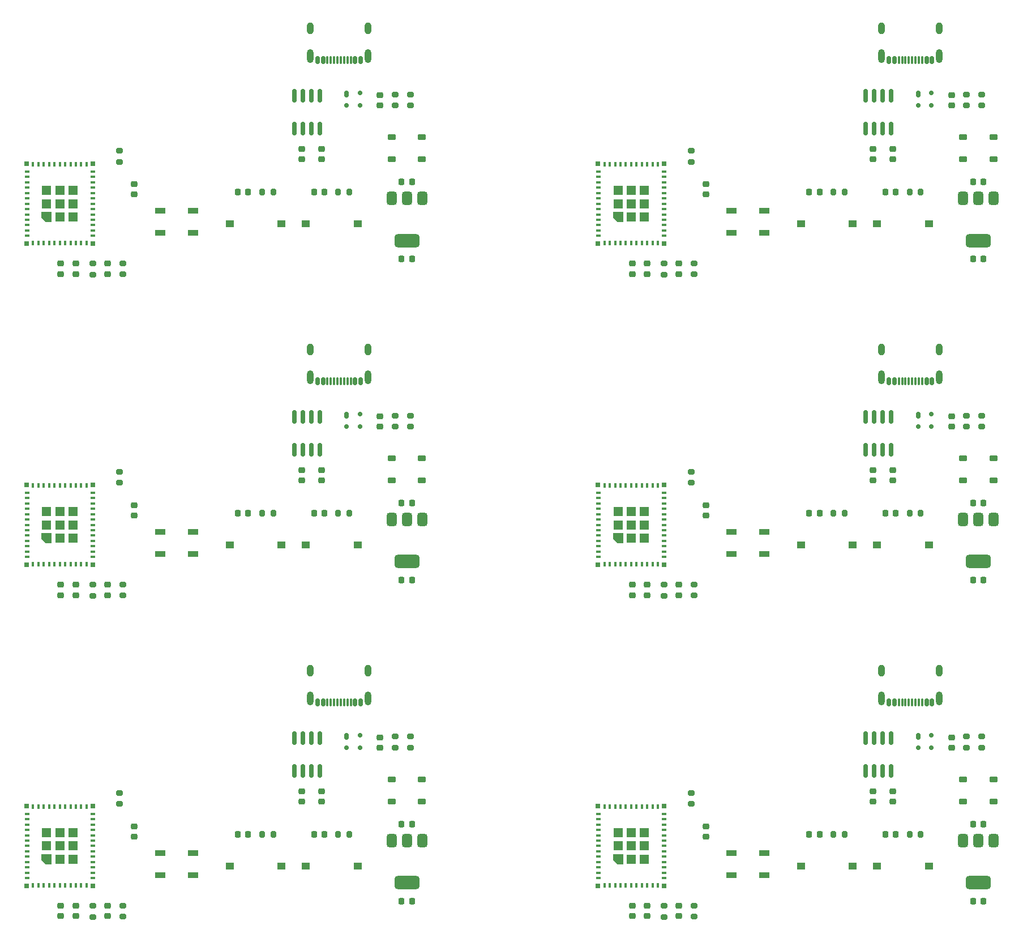
<source format=gbr>
%TF.GenerationSoftware,KiCad,Pcbnew,9.0.4*%
%TF.CreationDate,2025-09-14T05:29:25-04:00*%
%TF.ProjectId,HabitatCAN Dev Board (ESP32) - Panel,48616269-7461-4744-9341-4e2044657620,3*%
%TF.SameCoordinates,Original*%
%TF.FileFunction,Paste,Top*%
%TF.FilePolarity,Positive*%
%FSLAX46Y46*%
G04 Gerber Fmt 4.6, Leading zero omitted, Abs format (unit mm)*
G04 Created by KiCad (PCBNEW 9.0.4) date 2025-09-14 05:29:25*
%MOMM*%
%LPD*%
G01*
G04 APERTURE LIST*
G04 Aperture macros list*
%AMRoundRect*
0 Rectangle with rounded corners*
0 $1 Rounding radius*
0 $2 $3 $4 $5 $6 $7 $8 $9 X,Y pos of 4 corners*
0 Add a 4 corners polygon primitive as box body*
4,1,4,$2,$3,$4,$5,$6,$7,$8,$9,$2,$3,0*
0 Add four circle primitives for the rounded corners*
1,1,$1+$1,$2,$3*
1,1,$1+$1,$4,$5*
1,1,$1+$1,$6,$7*
1,1,$1+$1,$8,$9*
0 Add four rect primitives between the rounded corners*
20,1,$1+$1,$2,$3,$4,$5,0*
20,1,$1+$1,$4,$5,$6,$7,0*
20,1,$1+$1,$6,$7,$8,$9,0*
20,1,$1+$1,$8,$9,$2,$3,0*%
%AMFreePoly0*
4,1,6,0.725000,-0.725000,-0.725000,-0.725000,-0.725000,0.125000,-0.125000,0.725000,0.725000,0.725000,0.725000,-0.725000,0.725000,-0.725000,$1*%
G04 Aperture macros list end*
%ADD10RoundRect,0.225000X-0.225000X-0.250000X0.225000X-0.250000X0.225000X0.250000X-0.225000X0.250000X0*%
%ADD11RoundRect,0.090000X-0.660000X-0.360000X0.660000X-0.360000X0.660000X0.360000X-0.660000X0.360000X0*%
%ADD12RoundRect,0.200000X0.275000X-0.200000X0.275000X0.200000X-0.275000X0.200000X-0.275000X-0.200000X0*%
%ADD13RoundRect,0.225000X0.250000X-0.225000X0.250000X0.225000X-0.250000X0.225000X-0.250000X-0.225000X0*%
%ADD14RoundRect,0.175000X-0.175000X-0.325000X0.175000X-0.325000X0.175000X0.325000X-0.175000X0.325000X0*%
%ADD15RoundRect,0.150000X-0.200000X-0.150000X0.200000X-0.150000X0.200000X0.150000X-0.200000X0.150000X0*%
%ADD16RoundRect,0.375000X-0.375000X0.625000X-0.375000X-0.625000X0.375000X-0.625000X0.375000X0.625000X0*%
%ADD17RoundRect,0.500000X-1.400000X0.500000X-1.400000X-0.500000X1.400000X-0.500000X1.400000X0.500000X0*%
%ADD18RoundRect,0.225000X-0.250000X0.225000X-0.250000X-0.225000X0.250000X-0.225000X0.250000X0.225000X0*%
%ADD19R,1.250000X1.000000*%
%ADD20RoundRect,0.200000X-0.200000X-0.275000X0.200000X-0.275000X0.200000X0.275000X-0.200000X0.275000X0*%
%ADD21R,0.400000X0.800000*%
%ADD22R,0.800000X0.400000*%
%ADD23FreePoly0,90.000000*%
%ADD24R,1.450000X1.450000*%
%ADD25R,0.700000X0.700000*%
%ADD26RoundRect,0.150000X0.150000X0.425000X-0.150000X0.425000X-0.150000X-0.425000X0.150000X-0.425000X0*%
%ADD27RoundRect,0.075000X0.075000X0.500000X-0.075000X0.500000X-0.075000X-0.500000X0.075000X-0.500000X0*%
%ADD28O,1.000000X2.100000*%
%ADD29O,1.000000X1.800000*%
%ADD30RoundRect,0.225000X0.375000X-0.225000X0.375000X0.225000X-0.375000X0.225000X-0.375000X-0.225000X0*%
%ADD31RoundRect,0.150000X0.150000X-0.825000X0.150000X0.825000X-0.150000X0.825000X-0.150000X-0.825000X0*%
G04 APERTURE END LIST*
D10*
%TO.C,C1*%
X178025001Y-102192560D03*
X179575001Y-102192560D03*
%TD*%
D11*
%TO.C,LED1*%
X80977743Y-153018814D03*
X80977743Y-156318814D03*
X85877743Y-156318814D03*
X85877743Y-153018814D03*
%TD*%
D12*
%TO.C,R5*%
X75350243Y-114502560D03*
X75350243Y-112852560D03*
%TD*%
D13*
%TO.C,C11*%
X190555001Y-49302556D03*
X190555001Y-47752556D03*
%TD*%
D14*
%TO.C,D1*%
X194304988Y-39552556D03*
D15*
X194304988Y-41252556D03*
X196304988Y-41252556D03*
X196304988Y-39352556D03*
%TD*%
D13*
%TO.C,C7*%
X199304988Y-41252556D03*
X199304988Y-39702556D03*
%TD*%
D16*
%TO.C,U2*%
X205628220Y-103142560D03*
X203328220Y-103142560D03*
D17*
X203328220Y-109442560D03*
D16*
X201028220Y-103142560D03*
%TD*%
D18*
%TO.C,C5*%
X151555001Y-64892556D03*
X151555001Y-66442556D03*
%TD*%
%TO.C,C5*%
X66100243Y-112892560D03*
X66100243Y-114442560D03*
%TD*%
D10*
%TO.C,C1*%
X92570243Y-54192556D03*
X94120243Y-54192556D03*
%TD*%
%TO.C,C2*%
X189427501Y-102192560D03*
X190977501Y-102192560D03*
%TD*%
D19*
%TO.C,SW2*%
X102725243Y-106942560D03*
X110475243Y-106942560D03*
%TD*%
D12*
%TO.C,R4*%
X70850243Y-66542556D03*
X70850243Y-64892556D03*
%TD*%
D13*
%TO.C,C11*%
X105100243Y-145302564D03*
X105100243Y-143752564D03*
%TD*%
D20*
%TO.C,R1*%
X181675001Y-102192560D03*
X183325001Y-102192560D03*
%TD*%
D10*
%TO.C,C9*%
X202528220Y-160192564D03*
X204078220Y-160192564D03*
%TD*%
%TO.C,C9*%
X117073462Y-112192560D03*
X118623462Y-112192560D03*
%TD*%
D12*
%TO.C,R2*%
X74903187Y-97672560D03*
X74903187Y-96022560D03*
%TD*%
D21*
%TO.C,U1*%
X61950243Y-61842556D03*
X62750243Y-61842556D03*
X63550243Y-61842556D03*
X64350243Y-61842556D03*
X65150243Y-61842556D03*
X65950243Y-61842556D03*
X66750243Y-61842556D03*
X67550243Y-61842556D03*
X68350243Y-61842556D03*
X69150243Y-61842556D03*
X69950243Y-61842556D03*
D22*
X70850243Y-60742556D03*
X70850243Y-59942556D03*
X70850243Y-59142556D03*
X70850243Y-58342556D03*
X70850243Y-57542556D03*
X70850243Y-56742556D03*
X70850243Y-55942556D03*
X70850243Y-55142556D03*
X70850243Y-54342556D03*
X70850243Y-53542556D03*
X70850243Y-52742556D03*
X70850243Y-51942556D03*
X70850243Y-51142556D03*
D21*
X69950243Y-50042556D03*
X69150243Y-50042556D03*
X68350243Y-50042556D03*
X67550243Y-50042556D03*
X66750243Y-50042556D03*
X65950243Y-50042556D03*
X65150243Y-50042556D03*
X64350243Y-50042556D03*
X63550243Y-50042556D03*
X62750243Y-50042556D03*
X61950243Y-50042556D03*
D22*
X61050243Y-51142556D03*
X61050243Y-51942556D03*
X61050243Y-52742556D03*
X61050243Y-53542556D03*
X61050243Y-54342556D03*
X61050243Y-55142556D03*
X61050243Y-55942556D03*
X61050243Y-56742556D03*
X61050243Y-57542556D03*
X61050243Y-58342556D03*
X61050243Y-59142556D03*
X61050243Y-59942556D03*
X61050243Y-60742556D03*
D23*
X63975243Y-57917556D03*
D24*
X65950243Y-57917556D03*
X67925243Y-57917556D03*
X63975243Y-55942556D03*
X65950243Y-55942556D03*
X67925243Y-55942556D03*
X63975243Y-53967556D03*
X65950243Y-53967556D03*
X67925243Y-53967556D03*
D25*
X61000243Y-49992556D03*
X70900243Y-49992556D03*
X70900243Y-61892556D03*
X61000243Y-61892556D03*
%TD*%
D26*
%TO.C,J5*%
X196373221Y-34460658D03*
X195573221Y-34460658D03*
D27*
X194423221Y-34460658D03*
X193423221Y-34460658D03*
X192923221Y-34460658D03*
X191923221Y-34460658D03*
D26*
X190773221Y-34460658D03*
X189973221Y-34460658D03*
X189973221Y-34460658D03*
X190773221Y-34460658D03*
D27*
X191423221Y-34460658D03*
X192423221Y-34460658D03*
X193923221Y-34460658D03*
X194923221Y-34460658D03*
D26*
X195573221Y-34460658D03*
X196373221Y-34460658D03*
D28*
X197493221Y-33885658D03*
D29*
X197493221Y-29705658D03*
D28*
X188853221Y-33885658D03*
D29*
X188853221Y-29705658D03*
%TD*%
D11*
%TO.C,LED1*%
X166432501Y-153018814D03*
X166432501Y-156318814D03*
X171332501Y-156318814D03*
X171332501Y-153018814D03*
%TD*%
D12*
%TO.C,R4*%
X70850243Y-162542564D03*
X70850243Y-160892564D03*
%TD*%
D18*
%TO.C,C6*%
X68350243Y-160892564D03*
X68350243Y-162442564D03*
%TD*%
D20*
%TO.C,R1*%
X181675001Y-150192564D03*
X183325001Y-150192564D03*
%TD*%
D30*
%TO.C,D2*%
X115561471Y-49314702D03*
X115561471Y-46014702D03*
%TD*%
D31*
%TO.C,U3*%
X101040243Y-44752556D03*
X102310243Y-44752556D03*
X103580243Y-44752556D03*
X104850243Y-44752556D03*
X104850243Y-39802556D03*
X103580243Y-39802556D03*
X102310243Y-39802556D03*
X101040243Y-39802556D03*
%TD*%
D12*
%TO.C,R4*%
X156305001Y-66542556D03*
X156305001Y-64892556D03*
%TD*%
D19*
%TO.C,SW2*%
X188180001Y-106942560D03*
X195930001Y-106942560D03*
%TD*%
D20*
%TO.C,R3*%
X193027501Y-102192560D03*
X194677501Y-102192560D03*
%TD*%
%TO.C,R3*%
X107572743Y-102192560D03*
X109222743Y-102192560D03*
%TD*%
D18*
%TO.C,C6*%
X68350243Y-112892560D03*
X68350243Y-114442560D03*
%TD*%
D21*
%TO.C,U1*%
X147405001Y-61842556D03*
X148205001Y-61842556D03*
X149005001Y-61842556D03*
X149805001Y-61842556D03*
X150605001Y-61842556D03*
X151405001Y-61842556D03*
X152205001Y-61842556D03*
X153005001Y-61842556D03*
X153805001Y-61842556D03*
X154605001Y-61842556D03*
X155405001Y-61842556D03*
D22*
X156305001Y-60742556D03*
X156305001Y-59942556D03*
X156305001Y-59142556D03*
X156305001Y-58342556D03*
X156305001Y-57542556D03*
X156305001Y-56742556D03*
X156305001Y-55942556D03*
X156305001Y-55142556D03*
X156305001Y-54342556D03*
X156305001Y-53542556D03*
X156305001Y-52742556D03*
X156305001Y-51942556D03*
X156305001Y-51142556D03*
D21*
X155405001Y-50042556D03*
X154605001Y-50042556D03*
X153805001Y-50042556D03*
X153005001Y-50042556D03*
X152205001Y-50042556D03*
X151405001Y-50042556D03*
X150605001Y-50042556D03*
X149805001Y-50042556D03*
X149005001Y-50042556D03*
X148205001Y-50042556D03*
X147405001Y-50042556D03*
D22*
X146505001Y-51142556D03*
X146505001Y-51942556D03*
X146505001Y-52742556D03*
X146505001Y-53542556D03*
X146505001Y-54342556D03*
X146505001Y-55142556D03*
X146505001Y-55942556D03*
X146505001Y-56742556D03*
X146505001Y-57542556D03*
X146505001Y-58342556D03*
X146505001Y-59142556D03*
X146505001Y-59942556D03*
X146505001Y-60742556D03*
D23*
X149430001Y-57917556D03*
D24*
X151405001Y-57917556D03*
X153380001Y-57917556D03*
X149430001Y-55942556D03*
X151405001Y-55942556D03*
X153380001Y-55942556D03*
X149430001Y-53967556D03*
X151405001Y-53967556D03*
X153380001Y-53967556D03*
D25*
X146455001Y-49992556D03*
X156355001Y-49992556D03*
X156355001Y-61892556D03*
X146455001Y-61892556D03*
%TD*%
D16*
%TO.C,U2*%
X205628220Y-55142556D03*
X203328220Y-55142556D03*
D17*
X203328220Y-61442556D03*
D16*
X201028220Y-55142556D03*
%TD*%
D10*
%TO.C,C1*%
X178025001Y-54192556D03*
X179575001Y-54192556D03*
%TD*%
%TO.C,C8*%
X202528220Y-100692560D03*
X204078220Y-100692560D03*
%TD*%
D18*
%TO.C,C3*%
X162555001Y-53002556D03*
X162555001Y-54552556D03*
%TD*%
D31*
%TO.C,U3*%
X101040243Y-92752560D03*
X102310243Y-92752560D03*
X103580243Y-92752560D03*
X104850243Y-92752560D03*
X104850243Y-87802560D03*
X103580243Y-87802560D03*
X102310243Y-87802560D03*
X101040243Y-87802560D03*
%TD*%
D20*
%TO.C,R1*%
X96220243Y-102192560D03*
X97870243Y-102192560D03*
%TD*%
D19*
%TO.C,SW1*%
X91347743Y-106942560D03*
X99097743Y-106942560D03*
%TD*%
D21*
%TO.C,U1*%
X147405001Y-109842560D03*
X148205001Y-109842560D03*
X149005001Y-109842560D03*
X149805001Y-109842560D03*
X150605001Y-109842560D03*
X151405001Y-109842560D03*
X152205001Y-109842560D03*
X153005001Y-109842560D03*
X153805001Y-109842560D03*
X154605001Y-109842560D03*
X155405001Y-109842560D03*
D22*
X156305001Y-108742560D03*
X156305001Y-107942560D03*
X156305001Y-107142560D03*
X156305001Y-106342560D03*
X156305001Y-105542560D03*
X156305001Y-104742560D03*
X156305001Y-103942560D03*
X156305001Y-103142560D03*
X156305001Y-102342560D03*
X156305001Y-101542560D03*
X156305001Y-100742560D03*
X156305001Y-99942560D03*
X156305001Y-99142560D03*
D21*
X155405001Y-98042560D03*
X154605001Y-98042560D03*
X153805001Y-98042560D03*
X153005001Y-98042560D03*
X152205001Y-98042560D03*
X151405001Y-98042560D03*
X150605001Y-98042560D03*
X149805001Y-98042560D03*
X149005001Y-98042560D03*
X148205001Y-98042560D03*
X147405001Y-98042560D03*
D22*
X146505001Y-99142560D03*
X146505001Y-99942560D03*
X146505001Y-100742560D03*
X146505001Y-101542560D03*
X146505001Y-102342560D03*
X146505001Y-103142560D03*
X146505001Y-103942560D03*
X146505001Y-104742560D03*
X146505001Y-105542560D03*
X146505001Y-106342560D03*
X146505001Y-107142560D03*
X146505001Y-107942560D03*
X146505001Y-108742560D03*
D23*
X149430001Y-105917560D03*
D24*
X151405001Y-105917560D03*
X153380001Y-105917560D03*
X149430001Y-103942560D03*
X151405001Y-103942560D03*
X153380001Y-103942560D03*
X149430001Y-101967560D03*
X151405001Y-101967560D03*
X153380001Y-101967560D03*
D25*
X146455001Y-97992560D03*
X156355001Y-97992560D03*
X156355001Y-109892560D03*
X146455001Y-109892560D03*
%TD*%
D12*
%TO.C,R7*%
X203805001Y-137252564D03*
X203805001Y-135602564D03*
%TD*%
%TO.C,R4*%
X70850243Y-114542560D03*
X70850243Y-112892560D03*
%TD*%
D14*
%TO.C,D1*%
X108850230Y-87552560D03*
D15*
X108850230Y-89252560D03*
X110850230Y-89252560D03*
X110850230Y-87352560D03*
%TD*%
D13*
%TO.C,C10*%
X187555001Y-97302560D03*
X187555001Y-95752560D03*
%TD*%
D19*
%TO.C,SW2*%
X188180001Y-58942556D03*
X195930001Y-58942556D03*
%TD*%
D10*
%TO.C,C1*%
X92570243Y-102192560D03*
X94120243Y-102192560D03*
%TD*%
D13*
%TO.C,C11*%
X105100243Y-49302556D03*
X105100243Y-47752556D03*
%TD*%
D19*
%TO.C,SW1*%
X91347743Y-154942564D03*
X99097743Y-154942564D03*
%TD*%
D26*
%TO.C,J5*%
X110918463Y-34460658D03*
X110118463Y-34460658D03*
D27*
X108968463Y-34460658D03*
X107968463Y-34460658D03*
X107468463Y-34460658D03*
X106468463Y-34460658D03*
D26*
X105318463Y-34460658D03*
X104518463Y-34460658D03*
X104518463Y-34460658D03*
X105318463Y-34460658D03*
D27*
X105968463Y-34460658D03*
X106968463Y-34460658D03*
X108468463Y-34460658D03*
X109468463Y-34460658D03*
D26*
X110118463Y-34460658D03*
X110918463Y-34460658D03*
D28*
X112038463Y-33885658D03*
D29*
X112038463Y-29705658D03*
D28*
X103398463Y-33885658D03*
D29*
X103398463Y-29705658D03*
%TD*%
D30*
%TO.C,D2*%
X115561471Y-145314710D03*
X115561471Y-142014710D03*
%TD*%
D12*
%TO.C,R2*%
X74903187Y-49672556D03*
X74903187Y-48022556D03*
%TD*%
D14*
%TO.C,D1*%
X194304988Y-87552560D03*
D15*
X194304988Y-89252560D03*
X196304988Y-89252560D03*
X196304988Y-87352560D03*
%TD*%
D30*
%TO.C,D2*%
X201016229Y-145314710D03*
X201016229Y-142014710D03*
%TD*%
D12*
%TO.C,R6*%
X201555001Y-41252556D03*
X201555001Y-39602556D03*
%TD*%
D18*
%TO.C,C6*%
X153805001Y-160892564D03*
X153805001Y-162442564D03*
%TD*%
D12*
%TO.C,R6*%
X116100243Y-89252560D03*
X116100243Y-87602560D03*
%TD*%
D18*
%TO.C,C3*%
X162555001Y-101002560D03*
X162555001Y-102552560D03*
%TD*%
D30*
%TO.C,D3*%
X205555001Y-97314706D03*
X205555001Y-94014706D03*
%TD*%
D10*
%TO.C,C2*%
X103972743Y-150192564D03*
X105522743Y-150192564D03*
%TD*%
D30*
%TO.C,D3*%
X205555001Y-49314702D03*
X205555001Y-46014702D03*
%TD*%
D13*
%TO.C,C10*%
X102100243Y-97302560D03*
X102100243Y-95752560D03*
%TD*%
%TO.C,C4*%
X158555001Y-114442560D03*
X158555001Y-112892560D03*
%TD*%
D12*
%TO.C,R5*%
X160805001Y-114502560D03*
X160805001Y-112852560D03*
%TD*%
D20*
%TO.C,R1*%
X181675001Y-54192556D03*
X183325001Y-54192556D03*
%TD*%
D11*
%TO.C,LED1*%
X166432501Y-105018810D03*
X166432501Y-108318810D03*
X171332501Y-108318810D03*
X171332501Y-105018810D03*
%TD*%
D20*
%TO.C,R1*%
X96220243Y-54192556D03*
X97870243Y-54192556D03*
%TD*%
D10*
%TO.C,C8*%
X117073462Y-52692556D03*
X118623462Y-52692556D03*
%TD*%
D12*
%TO.C,R7*%
X118350243Y-137252564D03*
X118350243Y-135602564D03*
%TD*%
D30*
%TO.C,D3*%
X120100243Y-97314706D03*
X120100243Y-94014706D03*
%TD*%
D12*
%TO.C,R2*%
X160357945Y-145672564D03*
X160357945Y-144022564D03*
%TD*%
%TO.C,R2*%
X160357945Y-49672556D03*
X160357945Y-48022556D03*
%TD*%
D31*
%TO.C,U3*%
X186495001Y-140752564D03*
X187765001Y-140752564D03*
X189035001Y-140752564D03*
X190305001Y-140752564D03*
X190305001Y-135802564D03*
X189035001Y-135802564D03*
X187765001Y-135802564D03*
X186495001Y-135802564D03*
%TD*%
D12*
%TO.C,R7*%
X118350243Y-89252560D03*
X118350243Y-87602560D03*
%TD*%
D16*
%TO.C,U2*%
X205628220Y-151142564D03*
X203328220Y-151142564D03*
D17*
X203328220Y-157442564D03*
D16*
X201028220Y-151142564D03*
%TD*%
D12*
%TO.C,R6*%
X201555001Y-89252560D03*
X201555001Y-87602560D03*
%TD*%
D10*
%TO.C,C2*%
X103972743Y-54192556D03*
X105522743Y-54192556D03*
%TD*%
%TO.C,C2*%
X189427501Y-150192564D03*
X190977501Y-150192564D03*
%TD*%
%TO.C,C8*%
X117073462Y-148692564D03*
X118623462Y-148692564D03*
%TD*%
D31*
%TO.C,U3*%
X186495001Y-92752560D03*
X187765001Y-92752560D03*
X189035001Y-92752560D03*
X190305001Y-92752560D03*
X190305001Y-87802560D03*
X189035001Y-87802560D03*
X187765001Y-87802560D03*
X186495001Y-87802560D03*
%TD*%
D19*
%TO.C,SW2*%
X102725243Y-58942556D03*
X110475243Y-58942556D03*
%TD*%
D30*
%TO.C,D3*%
X205555001Y-145314710D03*
X205555001Y-142014710D03*
%TD*%
D19*
%TO.C,SW2*%
X102725243Y-154942564D03*
X110475243Y-154942564D03*
%TD*%
D13*
%TO.C,C10*%
X187555001Y-145302564D03*
X187555001Y-143752564D03*
%TD*%
D16*
%TO.C,U2*%
X120173462Y-103142560D03*
X117873462Y-103142560D03*
D17*
X117873462Y-109442560D03*
D16*
X115573462Y-103142560D03*
%TD*%
D11*
%TO.C,LED1*%
X80977743Y-57018806D03*
X80977743Y-60318806D03*
X85877743Y-60318806D03*
X85877743Y-57018806D03*
%TD*%
D18*
%TO.C,C6*%
X153805001Y-64892556D03*
X153805001Y-66442556D03*
%TD*%
D13*
%TO.C,C7*%
X113850230Y-137252564D03*
X113850230Y-135702564D03*
%TD*%
D16*
%TO.C,U2*%
X120173462Y-151142564D03*
X117873462Y-151142564D03*
D17*
X117873462Y-157442564D03*
D16*
X115573462Y-151142564D03*
%TD*%
D18*
%TO.C,C5*%
X151555001Y-112892560D03*
X151555001Y-114442560D03*
%TD*%
D13*
%TO.C,C10*%
X102100243Y-145302564D03*
X102100243Y-143752564D03*
%TD*%
D18*
%TO.C,C6*%
X153805001Y-112892560D03*
X153805001Y-114442560D03*
%TD*%
%TO.C,C3*%
X162555001Y-149002564D03*
X162555001Y-150552564D03*
%TD*%
D13*
%TO.C,C4*%
X73100243Y-162442564D03*
X73100243Y-160892564D03*
%TD*%
D12*
%TO.C,R6*%
X201555001Y-137252564D03*
X201555001Y-135602564D03*
%TD*%
D10*
%TO.C,C9*%
X117073462Y-64192556D03*
X118623462Y-64192556D03*
%TD*%
D11*
%TO.C,LED1*%
X166432501Y-57018806D03*
X166432501Y-60318806D03*
X171332501Y-60318806D03*
X171332501Y-57018806D03*
%TD*%
D12*
%TO.C,R2*%
X74903187Y-145672564D03*
X74903187Y-144022564D03*
%TD*%
D14*
%TO.C,D1*%
X194304988Y-135552564D03*
D15*
X194304988Y-137252564D03*
X196304988Y-137252564D03*
X196304988Y-135352564D03*
%TD*%
D31*
%TO.C,U3*%
X101040243Y-140752564D03*
X102310243Y-140752564D03*
X103580243Y-140752564D03*
X104850243Y-140752564D03*
X104850243Y-135802564D03*
X103580243Y-135802564D03*
X102310243Y-135802564D03*
X101040243Y-135802564D03*
%TD*%
D18*
%TO.C,C3*%
X77100243Y-101002560D03*
X77100243Y-102552560D03*
%TD*%
D12*
%TO.C,R6*%
X116100243Y-137252564D03*
X116100243Y-135602564D03*
%TD*%
D13*
%TO.C,C4*%
X158555001Y-162442564D03*
X158555001Y-160892564D03*
%TD*%
D30*
%TO.C,D3*%
X120100243Y-49314702D03*
X120100243Y-46014702D03*
%TD*%
D26*
%TO.C,J5*%
X196373221Y-130460666D03*
X195573221Y-130460666D03*
D27*
X194423221Y-130460666D03*
X193423221Y-130460666D03*
X192923221Y-130460666D03*
X191923221Y-130460666D03*
D26*
X190773221Y-130460666D03*
X189973221Y-130460666D03*
X189973221Y-130460666D03*
X190773221Y-130460666D03*
D27*
X191423221Y-130460666D03*
X192423221Y-130460666D03*
X193923221Y-130460666D03*
X194923221Y-130460666D03*
D26*
X195573221Y-130460666D03*
X196373221Y-130460666D03*
D28*
X197493221Y-129885666D03*
D29*
X197493221Y-125705666D03*
D28*
X188853221Y-129885666D03*
D29*
X188853221Y-125705666D03*
%TD*%
D10*
%TO.C,C9*%
X117073462Y-160192564D03*
X118623462Y-160192564D03*
%TD*%
%TO.C,C9*%
X202528220Y-112192560D03*
X204078220Y-112192560D03*
%TD*%
D19*
%TO.C,SW1*%
X176802501Y-106942560D03*
X184552501Y-106942560D03*
%TD*%
D20*
%TO.C,R3*%
X107572743Y-54192556D03*
X109222743Y-54192556D03*
%TD*%
D18*
%TO.C,C5*%
X151555001Y-160892564D03*
X151555001Y-162442564D03*
%TD*%
D12*
%TO.C,R5*%
X75350243Y-162502564D03*
X75350243Y-160852564D03*
%TD*%
D13*
%TO.C,C10*%
X102100243Y-49302556D03*
X102100243Y-47752556D03*
%TD*%
%TO.C,C10*%
X187555001Y-49302556D03*
X187555001Y-47752556D03*
%TD*%
%TO.C,C7*%
X199304988Y-137252564D03*
X199304988Y-135702564D03*
%TD*%
D31*
%TO.C,U3*%
X186495001Y-44752556D03*
X187765001Y-44752556D03*
X189035001Y-44752556D03*
X190305001Y-44752556D03*
X190305001Y-39802556D03*
X189035001Y-39802556D03*
X187765001Y-39802556D03*
X186495001Y-39802556D03*
%TD*%
D30*
%TO.C,D3*%
X120100243Y-145314710D03*
X120100243Y-142014710D03*
%TD*%
D19*
%TO.C,SW1*%
X176802501Y-154942564D03*
X184552501Y-154942564D03*
%TD*%
D13*
%TO.C,C4*%
X73100243Y-66442556D03*
X73100243Y-64892556D03*
%TD*%
D10*
%TO.C,C8*%
X202528220Y-52692556D03*
X204078220Y-52692556D03*
%TD*%
D12*
%TO.C,R5*%
X160805001Y-66502556D03*
X160805001Y-64852556D03*
%TD*%
D30*
%TO.C,D2*%
X115561471Y-97314706D03*
X115561471Y-94014706D03*
%TD*%
D12*
%TO.C,R4*%
X156305001Y-114542560D03*
X156305001Y-112892560D03*
%TD*%
D26*
%TO.C,J5*%
X196373221Y-82460662D03*
X195573221Y-82460662D03*
D27*
X194423221Y-82460662D03*
X193423221Y-82460662D03*
X192923221Y-82460662D03*
X191923221Y-82460662D03*
D26*
X190773221Y-82460662D03*
X189973221Y-82460662D03*
X189973221Y-82460662D03*
X190773221Y-82460662D03*
D27*
X191423221Y-82460662D03*
X192423221Y-82460662D03*
X193923221Y-82460662D03*
X194923221Y-82460662D03*
D26*
X195573221Y-82460662D03*
X196373221Y-82460662D03*
D28*
X197493221Y-81885662D03*
D29*
X197493221Y-77705662D03*
D28*
X188853221Y-81885662D03*
D29*
X188853221Y-77705662D03*
%TD*%
D13*
%TO.C,C11*%
X190555001Y-97302560D03*
X190555001Y-95752560D03*
%TD*%
%TO.C,C7*%
X113850230Y-89252560D03*
X113850230Y-87702560D03*
%TD*%
D16*
%TO.C,U2*%
X120173462Y-55142556D03*
X117873462Y-55142556D03*
D17*
X117873462Y-61442556D03*
D16*
X115573462Y-55142556D03*
%TD*%
D12*
%TO.C,R5*%
X160805001Y-162502564D03*
X160805001Y-160852564D03*
%TD*%
D20*
%TO.C,R1*%
X96220243Y-150192564D03*
X97870243Y-150192564D03*
%TD*%
D13*
%TO.C,C4*%
X73100243Y-114442560D03*
X73100243Y-112892560D03*
%TD*%
D10*
%TO.C,C9*%
X202528220Y-64192556D03*
X204078220Y-64192556D03*
%TD*%
%TO.C,C8*%
X202528220Y-148692564D03*
X204078220Y-148692564D03*
%TD*%
D12*
%TO.C,R5*%
X75350243Y-66502556D03*
X75350243Y-64852556D03*
%TD*%
D18*
%TO.C,C3*%
X77100243Y-149002564D03*
X77100243Y-150552564D03*
%TD*%
D19*
%TO.C,SW1*%
X176802501Y-58942556D03*
X184552501Y-58942556D03*
%TD*%
D26*
%TO.C,J5*%
X110918463Y-82460662D03*
X110118463Y-82460662D03*
D27*
X108968463Y-82460662D03*
X107968463Y-82460662D03*
X107468463Y-82460662D03*
X106468463Y-82460662D03*
D26*
X105318463Y-82460662D03*
X104518463Y-82460662D03*
X104518463Y-82460662D03*
X105318463Y-82460662D03*
D27*
X105968463Y-82460662D03*
X106968463Y-82460662D03*
X108468463Y-82460662D03*
X109468463Y-82460662D03*
D26*
X110118463Y-82460662D03*
X110918463Y-82460662D03*
D28*
X112038463Y-81885662D03*
D29*
X112038463Y-77705662D03*
D28*
X103398463Y-81885662D03*
D29*
X103398463Y-77705662D03*
%TD*%
D14*
%TO.C,D1*%
X108850230Y-39552556D03*
D15*
X108850230Y-41252556D03*
X110850230Y-41252556D03*
X110850230Y-39352556D03*
%TD*%
D18*
%TO.C,C6*%
X68350243Y-64892556D03*
X68350243Y-66442556D03*
%TD*%
D20*
%TO.C,R3*%
X193027501Y-150192564D03*
X194677501Y-150192564D03*
%TD*%
D10*
%TO.C,C2*%
X103972743Y-102192560D03*
X105522743Y-102192560D03*
%TD*%
D20*
%TO.C,R3*%
X193027501Y-54192556D03*
X194677501Y-54192556D03*
%TD*%
D13*
%TO.C,C4*%
X158555001Y-66442556D03*
X158555001Y-64892556D03*
%TD*%
%TO.C,C7*%
X113850230Y-41252556D03*
X113850230Y-39702556D03*
%TD*%
D10*
%TO.C,C2*%
X189427501Y-54192556D03*
X190977501Y-54192556D03*
%TD*%
%TO.C,C1*%
X178025001Y-150192564D03*
X179575001Y-150192564D03*
%TD*%
D19*
%TO.C,SW2*%
X188180001Y-154942564D03*
X195930001Y-154942564D03*
%TD*%
D20*
%TO.C,R3*%
X107572743Y-150192564D03*
X109222743Y-150192564D03*
%TD*%
D18*
%TO.C,C5*%
X66100243Y-160892564D03*
X66100243Y-162442564D03*
%TD*%
D12*
%TO.C,R6*%
X116100243Y-41252556D03*
X116100243Y-39602556D03*
%TD*%
D13*
%TO.C,C7*%
X199304988Y-89252560D03*
X199304988Y-87702560D03*
%TD*%
D19*
%TO.C,SW1*%
X91347743Y-58942556D03*
X99097743Y-58942556D03*
%TD*%
D21*
%TO.C,U1*%
X147405001Y-157842564D03*
X148205001Y-157842564D03*
X149005001Y-157842564D03*
X149805001Y-157842564D03*
X150605001Y-157842564D03*
X151405001Y-157842564D03*
X152205001Y-157842564D03*
X153005001Y-157842564D03*
X153805001Y-157842564D03*
X154605001Y-157842564D03*
X155405001Y-157842564D03*
D22*
X156305001Y-156742564D03*
X156305001Y-155942564D03*
X156305001Y-155142564D03*
X156305001Y-154342564D03*
X156305001Y-153542564D03*
X156305001Y-152742564D03*
X156305001Y-151942564D03*
X156305001Y-151142564D03*
X156305001Y-150342564D03*
X156305001Y-149542564D03*
X156305001Y-148742564D03*
X156305001Y-147942564D03*
X156305001Y-147142564D03*
D21*
X155405001Y-146042564D03*
X154605001Y-146042564D03*
X153805001Y-146042564D03*
X153005001Y-146042564D03*
X152205001Y-146042564D03*
X151405001Y-146042564D03*
X150605001Y-146042564D03*
X149805001Y-146042564D03*
X149005001Y-146042564D03*
X148205001Y-146042564D03*
X147405001Y-146042564D03*
D22*
X146505001Y-147142564D03*
X146505001Y-147942564D03*
X146505001Y-148742564D03*
X146505001Y-149542564D03*
X146505001Y-150342564D03*
X146505001Y-151142564D03*
X146505001Y-151942564D03*
X146505001Y-152742564D03*
X146505001Y-153542564D03*
X146505001Y-154342564D03*
X146505001Y-155142564D03*
X146505001Y-155942564D03*
X146505001Y-156742564D03*
D23*
X149430001Y-153917564D03*
D24*
X151405001Y-153917564D03*
X153380001Y-153917564D03*
X149430001Y-151942564D03*
X151405001Y-151942564D03*
X153380001Y-151942564D03*
X149430001Y-149967564D03*
X151405001Y-149967564D03*
X153380001Y-149967564D03*
D25*
X146455001Y-145992564D03*
X156355001Y-145992564D03*
X156355001Y-157892564D03*
X146455001Y-157892564D03*
%TD*%
D30*
%TO.C,D2*%
X201016229Y-49314702D03*
X201016229Y-46014702D03*
%TD*%
D10*
%TO.C,C8*%
X117073462Y-100692560D03*
X118623462Y-100692560D03*
%TD*%
D14*
%TO.C,D1*%
X108850230Y-135552564D03*
D15*
X108850230Y-137252564D03*
X110850230Y-137252564D03*
X110850230Y-135352564D03*
%TD*%
D12*
%TO.C,R7*%
X203805001Y-89252560D03*
X203805001Y-87602560D03*
%TD*%
D13*
%TO.C,C11*%
X190555001Y-145302564D03*
X190555001Y-143752564D03*
%TD*%
%TO.C,C11*%
X105100243Y-97302560D03*
X105100243Y-95752560D03*
%TD*%
D18*
%TO.C,C3*%
X77100243Y-53002556D03*
X77100243Y-54552556D03*
%TD*%
D12*
%TO.C,R2*%
X160357945Y-97672560D03*
X160357945Y-96022560D03*
%TD*%
D11*
%TO.C,LED1*%
X80977743Y-105018810D03*
X80977743Y-108318810D03*
X85877743Y-108318810D03*
X85877743Y-105018810D03*
%TD*%
D30*
%TO.C,D2*%
X201016229Y-97314706D03*
X201016229Y-94014706D03*
%TD*%
D18*
%TO.C,C5*%
X66100243Y-64892556D03*
X66100243Y-66442556D03*
%TD*%
D21*
%TO.C,U1*%
X61950243Y-157842564D03*
X62750243Y-157842564D03*
X63550243Y-157842564D03*
X64350243Y-157842564D03*
X65150243Y-157842564D03*
X65950243Y-157842564D03*
X66750243Y-157842564D03*
X67550243Y-157842564D03*
X68350243Y-157842564D03*
X69150243Y-157842564D03*
X69950243Y-157842564D03*
D22*
X70850243Y-156742564D03*
X70850243Y-155942564D03*
X70850243Y-155142564D03*
X70850243Y-154342564D03*
X70850243Y-153542564D03*
X70850243Y-152742564D03*
X70850243Y-151942564D03*
X70850243Y-151142564D03*
X70850243Y-150342564D03*
X70850243Y-149542564D03*
X70850243Y-148742564D03*
X70850243Y-147942564D03*
X70850243Y-147142564D03*
D21*
X69950243Y-146042564D03*
X69150243Y-146042564D03*
X68350243Y-146042564D03*
X67550243Y-146042564D03*
X66750243Y-146042564D03*
X65950243Y-146042564D03*
X65150243Y-146042564D03*
X64350243Y-146042564D03*
X63550243Y-146042564D03*
X62750243Y-146042564D03*
X61950243Y-146042564D03*
D22*
X61050243Y-147142564D03*
X61050243Y-147942564D03*
X61050243Y-148742564D03*
X61050243Y-149542564D03*
X61050243Y-150342564D03*
X61050243Y-151142564D03*
X61050243Y-151942564D03*
X61050243Y-152742564D03*
X61050243Y-153542564D03*
X61050243Y-154342564D03*
X61050243Y-155142564D03*
X61050243Y-155942564D03*
X61050243Y-156742564D03*
D23*
X63975243Y-153917564D03*
D24*
X65950243Y-153917564D03*
X67925243Y-153917564D03*
X63975243Y-151942564D03*
X65950243Y-151942564D03*
X67925243Y-151942564D03*
X63975243Y-149967564D03*
X65950243Y-149967564D03*
X67925243Y-149967564D03*
D25*
X61000243Y-145992564D03*
X70900243Y-145992564D03*
X70900243Y-157892564D03*
X61000243Y-157892564D03*
%TD*%
D21*
%TO.C,U1*%
X61950243Y-109842560D03*
X62750243Y-109842560D03*
X63550243Y-109842560D03*
X64350243Y-109842560D03*
X65150243Y-109842560D03*
X65950243Y-109842560D03*
X66750243Y-109842560D03*
X67550243Y-109842560D03*
X68350243Y-109842560D03*
X69150243Y-109842560D03*
X69950243Y-109842560D03*
D22*
X70850243Y-108742560D03*
X70850243Y-107942560D03*
X70850243Y-107142560D03*
X70850243Y-106342560D03*
X70850243Y-105542560D03*
X70850243Y-104742560D03*
X70850243Y-103942560D03*
X70850243Y-103142560D03*
X70850243Y-102342560D03*
X70850243Y-101542560D03*
X70850243Y-100742560D03*
X70850243Y-99942560D03*
X70850243Y-99142560D03*
D21*
X69950243Y-98042560D03*
X69150243Y-98042560D03*
X68350243Y-98042560D03*
X67550243Y-98042560D03*
X66750243Y-98042560D03*
X65950243Y-98042560D03*
X65150243Y-98042560D03*
X64350243Y-98042560D03*
X63550243Y-98042560D03*
X62750243Y-98042560D03*
X61950243Y-98042560D03*
D22*
X61050243Y-99142560D03*
X61050243Y-99942560D03*
X61050243Y-100742560D03*
X61050243Y-101542560D03*
X61050243Y-102342560D03*
X61050243Y-103142560D03*
X61050243Y-103942560D03*
X61050243Y-104742560D03*
X61050243Y-105542560D03*
X61050243Y-106342560D03*
X61050243Y-107142560D03*
X61050243Y-107942560D03*
X61050243Y-108742560D03*
D23*
X63975243Y-105917560D03*
D24*
X65950243Y-105917560D03*
X67925243Y-105917560D03*
X63975243Y-103942560D03*
X65950243Y-103942560D03*
X67925243Y-103942560D03*
X63975243Y-101967560D03*
X65950243Y-101967560D03*
X67925243Y-101967560D03*
D25*
X61000243Y-97992560D03*
X70900243Y-97992560D03*
X70900243Y-109892560D03*
X61000243Y-109892560D03*
%TD*%
D10*
%TO.C,C1*%
X92570243Y-150192564D03*
X94120243Y-150192564D03*
%TD*%
D12*
%TO.C,R7*%
X118350243Y-41252556D03*
X118350243Y-39602556D03*
%TD*%
%TO.C,R7*%
X203805001Y-41252556D03*
X203805001Y-39602556D03*
%TD*%
%TO.C,R4*%
X156305001Y-162542564D03*
X156305001Y-160892564D03*
%TD*%
D26*
%TO.C,J5*%
X110918463Y-130460666D03*
X110118463Y-130460666D03*
D27*
X108968463Y-130460666D03*
X107968463Y-130460666D03*
X107468463Y-130460666D03*
X106468463Y-130460666D03*
D26*
X105318463Y-130460666D03*
X104518463Y-130460666D03*
X104518463Y-130460666D03*
X105318463Y-130460666D03*
D27*
X105968463Y-130460666D03*
X106968463Y-130460666D03*
X108468463Y-130460666D03*
X109468463Y-130460666D03*
D26*
X110118463Y-130460666D03*
X110918463Y-130460666D03*
D28*
X112038463Y-129885666D03*
D29*
X112038463Y-125705666D03*
D28*
X103398463Y-129885666D03*
D29*
X103398463Y-125705666D03*
%TD*%
M02*

</source>
